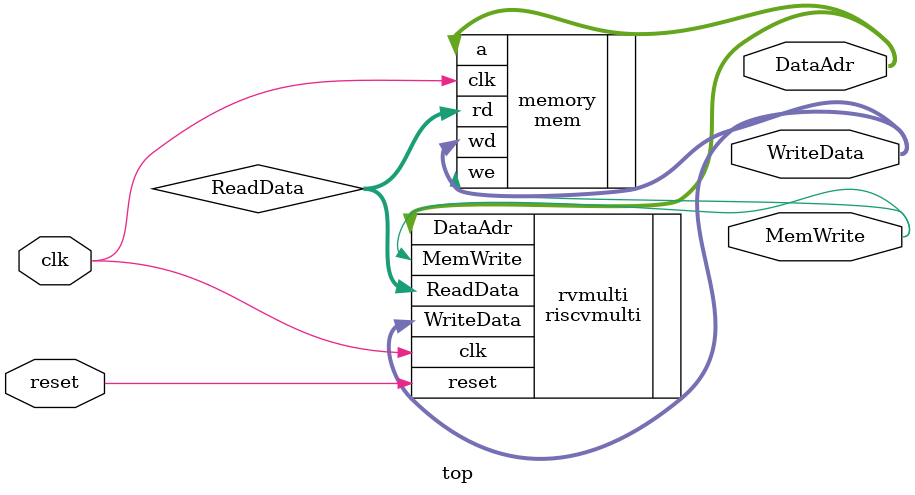
<source format=sv>

`timescale 1ns/1ps

module top(input  logic        clk, reset,
               output logic [31:0] WriteData, DataAdr,
               output logic        MemWrite);

    logic [31:0] ReadData;

    riscvmulti rvmulti(
                   .clk(clk),
                   .reset(reset),
                   .MemWrite(MemWrite),
                   .DataAdr(DataAdr),
                   .WriteData(WriteData),
                   .ReadData(ReadData)
               );


    mem memory(
            .clk(clk),
            .we(MemWrite),
            .a(DataAdr),
            .wd(WriteData),
            .rd(ReadData)
        );
endmodule

</source>
